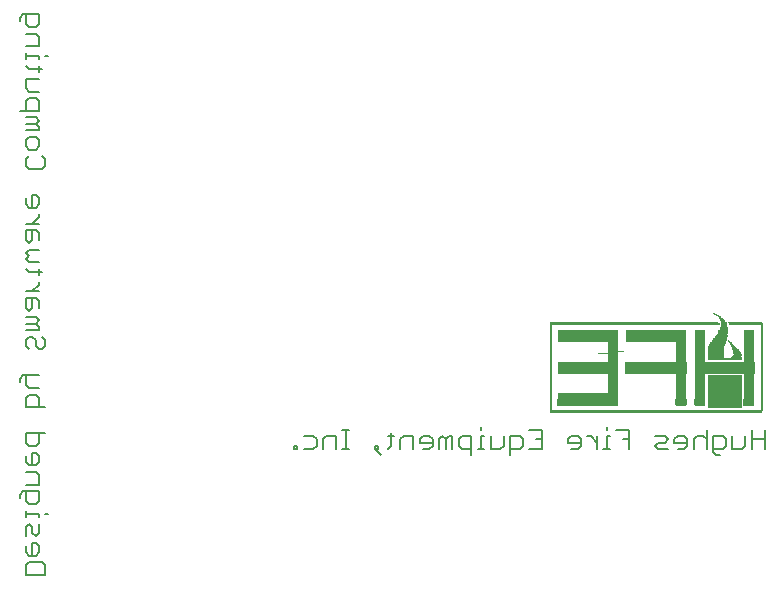
<source format=gbo>
G75*
%MOIN*%
%OFA0B0*%
%FSLAX25Y25*%
%IPPOS*%
%LPD*%
%AMOC8*
5,1,8,0,0,1.08239X$1,22.5*
%
%ADD10C,0.00600*%
%ADD11R,0.70900X0.00100*%
%ADD12R,0.00700X0.00100*%
%ADD13R,0.00800X0.00100*%
%ADD14R,0.11300X0.00100*%
%ADD15R,0.03600X0.00100*%
%ADD16R,0.20200X0.00100*%
%ADD17R,0.00100X0.00100*%
%ADD18R,0.11200X0.00100*%
%ADD19R,0.20100X0.00100*%
%ADD20R,0.20400X0.00100*%
%ADD21R,0.04400X0.00100*%
%ADD22R,0.06300X0.00100*%
%ADD23R,0.03800X0.00100*%
%ADD24R,0.05800X0.00100*%
%ADD25R,0.03500X0.00100*%
%ADD26R,0.05500X0.00100*%
%ADD27R,0.03300X0.00100*%
%ADD28R,0.05400X0.00100*%
%ADD29R,0.03200X0.00100*%
%ADD30R,0.05300X0.00100*%
%ADD31R,0.03100X0.00100*%
%ADD32R,0.03000X0.00100*%
%ADD33R,0.02800X0.00100*%
%ADD34R,0.02900X0.00100*%
%ADD35R,0.05200X0.00100*%
%ADD36R,0.02700X0.00100*%
%ADD37R,0.02600X0.00100*%
%ADD38R,0.02400X0.00100*%
%ADD39R,0.02300X0.00100*%
%ADD40R,0.02200X0.00100*%
%ADD41R,0.02100X0.00100*%
%ADD42R,0.02000X0.00100*%
%ADD43R,0.01900X0.00100*%
%ADD44R,0.01800X0.00100*%
%ADD45R,0.01700X0.00100*%
%ADD46R,0.01500X0.00100*%
%ADD47R,0.01600X0.00100*%
%ADD48R,0.01400X0.00100*%
%ADD49R,0.01300X0.00100*%
%ADD50R,0.01100X0.00100*%
%ADD51R,0.05600X0.00100*%
%ADD52R,0.01000X0.00100*%
%ADD53R,0.00900X0.00100*%
%ADD54R,0.00500X0.00100*%
%ADD55R,0.00600X0.00100*%
%ADD56R,0.00400X0.00100*%
%ADD57R,0.05000X0.00100*%
%ADD58R,0.00300X0.00100*%
%ADD59R,0.05100X0.00100*%
%ADD60R,0.00200X0.00100*%
%ADD61R,0.04900X0.00100*%
%ADD62R,0.20300X0.00100*%
%ADD63R,0.04700X0.00100*%
%ADD64R,0.04600X0.00100*%
%ADD65R,0.04500X0.00100*%
%ADD66R,0.04300X0.00100*%
%ADD67R,0.04100X0.00100*%
%ADD68R,0.04000X0.00100*%
%ADD69R,0.03900X0.00100*%
%ADD70R,0.03700X0.00100*%
%ADD71R,0.03400X0.00100*%
%ADD72R,0.02500X0.00100*%
%ADD73R,0.56400X0.00100*%
%ADD74R,0.56500X0.00100*%
%ADD75R,0.11400X0.00100*%
%ADD76R,0.11500X0.00100*%
%ADD77R,0.56300X0.00100*%
%ADD78R,0.01200X0.00100*%
%ADD79C,0.00100*%
D10*
X0149334Y0245934D02*
X0149334Y0249137D01*
X0150402Y0250205D01*
X0154672Y0250205D01*
X0155740Y0249137D01*
X0155740Y0245934D01*
X0149334Y0245934D01*
X0150402Y0252380D02*
X0152537Y0252380D01*
X0153605Y0253447D01*
X0153605Y0255583D01*
X0152537Y0256650D01*
X0151469Y0256650D01*
X0151469Y0252380D01*
X0150402Y0252380D02*
X0149334Y0253447D01*
X0149334Y0255583D01*
X0149334Y0258825D02*
X0149334Y0262028D01*
X0150402Y0263096D01*
X0151469Y0262028D01*
X0151469Y0259893D01*
X0152537Y0258825D01*
X0153605Y0259893D01*
X0153605Y0263096D01*
X0153605Y0265271D02*
X0153605Y0266338D01*
X0149334Y0266338D01*
X0149334Y0265271D02*
X0149334Y0267406D01*
X0150402Y0269568D02*
X0149334Y0270635D01*
X0149334Y0273838D01*
X0148267Y0273838D02*
X0153605Y0273838D01*
X0153605Y0270635D01*
X0152537Y0269568D01*
X0150402Y0269568D01*
X0147199Y0271703D02*
X0147199Y0272771D01*
X0148267Y0273838D01*
X0149334Y0276013D02*
X0153605Y0276013D01*
X0153605Y0279216D01*
X0152537Y0280284D01*
X0149334Y0280284D01*
X0150402Y0282459D02*
X0152537Y0282459D01*
X0153605Y0283526D01*
X0153605Y0285662D01*
X0152537Y0286729D01*
X0151469Y0286729D01*
X0151469Y0282459D01*
X0150402Y0282459D02*
X0149334Y0283526D01*
X0149334Y0285662D01*
X0150402Y0288904D02*
X0152537Y0288904D01*
X0153605Y0289972D01*
X0153605Y0293175D01*
X0155740Y0293175D02*
X0149334Y0293175D01*
X0149334Y0289972D01*
X0150402Y0288904D01*
X0149334Y0301795D02*
X0149334Y0304998D01*
X0150402Y0306066D01*
X0152537Y0306066D01*
X0153605Y0304998D01*
X0153605Y0301795D01*
X0155740Y0301795D02*
X0149334Y0301795D01*
X0150402Y0308241D02*
X0149334Y0309308D01*
X0149334Y0312511D01*
X0148267Y0312511D02*
X0147199Y0311444D01*
X0147199Y0310376D01*
X0148267Y0312511D02*
X0153605Y0312511D01*
X0153605Y0308241D02*
X0150402Y0308241D01*
X0150402Y0321132D02*
X0149334Y0322199D01*
X0149334Y0324335D01*
X0150402Y0325402D01*
X0151469Y0325402D01*
X0152537Y0324335D01*
X0152537Y0322199D01*
X0153605Y0321132D01*
X0154672Y0321132D01*
X0155740Y0322199D01*
X0155740Y0324335D01*
X0154672Y0325402D01*
X0153605Y0327577D02*
X0149334Y0327577D01*
X0149334Y0329712D02*
X0152537Y0329712D01*
X0153605Y0330780D01*
X0152537Y0331848D01*
X0149334Y0331848D01*
X0150402Y0334023D02*
X0151469Y0335090D01*
X0151469Y0338293D01*
X0152537Y0338293D02*
X0149334Y0338293D01*
X0149334Y0335090D01*
X0150402Y0334023D01*
X0153605Y0335090D02*
X0153605Y0337226D01*
X0152537Y0338293D01*
X0151469Y0340468D02*
X0153605Y0342603D01*
X0153605Y0343671D01*
X0153605Y0345840D02*
X0153605Y0347975D01*
X0154672Y0346907D02*
X0150402Y0346907D01*
X0149334Y0347975D01*
X0150402Y0350137D02*
X0149334Y0351204D01*
X0150402Y0352272D01*
X0149334Y0353339D01*
X0150402Y0354407D01*
X0153605Y0354407D01*
X0153605Y0357650D02*
X0153605Y0359785D01*
X0152537Y0360852D01*
X0149334Y0360852D01*
X0149334Y0357650D01*
X0150402Y0356582D01*
X0151469Y0357650D01*
X0151469Y0360852D01*
X0151469Y0363028D02*
X0153605Y0365163D01*
X0153605Y0366230D01*
X0152537Y0368399D02*
X0153605Y0369466D01*
X0153605Y0371601D01*
X0152537Y0372669D01*
X0151469Y0372669D01*
X0151469Y0368399D01*
X0150402Y0368399D02*
X0152537Y0368399D01*
X0150402Y0368399D02*
X0149334Y0369466D01*
X0149334Y0371601D01*
X0149334Y0363028D02*
X0153605Y0363028D01*
X0153605Y0350137D02*
X0150402Y0350137D01*
X0149334Y0340468D02*
X0153605Y0340468D01*
X0152537Y0329712D02*
X0153605Y0328645D01*
X0153605Y0327577D01*
X0154672Y0381290D02*
X0150402Y0381290D01*
X0149334Y0382357D01*
X0149334Y0384492D01*
X0150402Y0385560D01*
X0150402Y0387735D02*
X0149334Y0388803D01*
X0149334Y0390938D01*
X0150402Y0392006D01*
X0152537Y0392006D01*
X0153605Y0390938D01*
X0153605Y0388803D01*
X0152537Y0387735D01*
X0150402Y0387735D01*
X0154672Y0385560D02*
X0155740Y0384492D01*
X0155740Y0382357D01*
X0154672Y0381290D01*
X0153605Y0394181D02*
X0149334Y0394181D01*
X0149334Y0396316D02*
X0152537Y0396316D01*
X0153605Y0397383D01*
X0152537Y0398451D01*
X0149334Y0398451D01*
X0149334Y0400626D02*
X0149334Y0403829D01*
X0150402Y0404897D01*
X0152537Y0404897D01*
X0153605Y0403829D01*
X0153605Y0400626D01*
X0147199Y0400626D01*
X0150402Y0407072D02*
X0149334Y0408139D01*
X0149334Y0411342D01*
X0153605Y0411342D01*
X0153605Y0413517D02*
X0153605Y0415652D01*
X0154672Y0414585D02*
X0150402Y0414585D01*
X0149334Y0415652D01*
X0149334Y0417814D02*
X0149334Y0419949D01*
X0149334Y0418882D02*
X0153605Y0418882D01*
X0153605Y0417814D01*
X0155740Y0418882D02*
X0156807Y0418882D01*
X0153605Y0422111D02*
X0153605Y0425314D01*
X0152537Y0426382D01*
X0149334Y0426382D01*
X0150402Y0428557D02*
X0149334Y0429624D01*
X0149334Y0432827D01*
X0148267Y0432827D02*
X0153605Y0432827D01*
X0153605Y0429624D01*
X0152537Y0428557D01*
X0150402Y0428557D01*
X0147199Y0430692D02*
X0147199Y0431759D01*
X0148267Y0432827D01*
X0149334Y0422111D02*
X0153605Y0422111D01*
X0153605Y0407072D02*
X0150402Y0407072D01*
X0152537Y0396316D02*
X0153605Y0395248D01*
X0153605Y0394181D01*
X0254821Y0294340D02*
X0256956Y0294340D01*
X0255889Y0294340D02*
X0255889Y0287934D01*
X0256956Y0287934D02*
X0254821Y0287934D01*
X0252659Y0287934D02*
X0252659Y0292205D01*
X0249456Y0292205D01*
X0248389Y0291137D01*
X0248389Y0287934D01*
X0246214Y0289002D02*
X0246214Y0291137D01*
X0245146Y0292205D01*
X0241943Y0292205D01*
X0239768Y0289002D02*
X0238701Y0289002D01*
X0238701Y0287934D01*
X0239768Y0287934D01*
X0239768Y0289002D01*
X0241943Y0287934D02*
X0245146Y0287934D01*
X0246214Y0289002D01*
X0265563Y0289002D02*
X0266631Y0289002D01*
X0266631Y0287934D01*
X0265563Y0287934D01*
X0265563Y0289002D01*
X0265563Y0287934D02*
X0267699Y0285799D01*
X0269860Y0287934D02*
X0270928Y0289002D01*
X0270928Y0293272D01*
X0271996Y0292205D02*
X0269860Y0292205D01*
X0274171Y0291137D02*
X0274171Y0287934D01*
X0274171Y0291137D02*
X0275238Y0292205D01*
X0278441Y0292205D01*
X0278441Y0287934D01*
X0280616Y0290069D02*
X0284887Y0290069D01*
X0284887Y0289002D02*
X0284887Y0291137D01*
X0283819Y0292205D01*
X0281684Y0292205D01*
X0280616Y0291137D01*
X0280616Y0290069D01*
X0281684Y0287934D02*
X0283819Y0287934D01*
X0284887Y0289002D01*
X0287062Y0287934D02*
X0287062Y0291137D01*
X0288129Y0292205D01*
X0289197Y0291137D01*
X0289197Y0287934D01*
X0291332Y0287934D02*
X0291332Y0292205D01*
X0290265Y0292205D01*
X0289197Y0291137D01*
X0293507Y0291137D02*
X0293507Y0289002D01*
X0294575Y0287934D01*
X0297778Y0287934D01*
X0297778Y0285799D02*
X0297778Y0292205D01*
X0294575Y0292205D01*
X0293507Y0291137D01*
X0299939Y0287934D02*
X0302075Y0287934D01*
X0301007Y0287934D02*
X0301007Y0292205D01*
X0302075Y0292205D01*
X0304250Y0292205D02*
X0304250Y0287934D01*
X0307453Y0287934D01*
X0308520Y0289002D01*
X0308520Y0292205D01*
X0310695Y0292205D02*
X0310695Y0285799D01*
X0310695Y0287934D02*
X0313898Y0287934D01*
X0314966Y0289002D01*
X0314966Y0291137D01*
X0313898Y0292205D01*
X0310695Y0292205D01*
X0317141Y0294340D02*
X0321411Y0294340D01*
X0321411Y0287934D01*
X0317141Y0287934D01*
X0319276Y0291137D02*
X0321411Y0291137D01*
X0330032Y0291137D02*
X0330032Y0290069D01*
X0334302Y0290069D01*
X0334302Y0289002D02*
X0334302Y0291137D01*
X0333235Y0292205D01*
X0331099Y0292205D01*
X0330032Y0291137D01*
X0331099Y0287934D02*
X0333235Y0287934D01*
X0334302Y0289002D01*
X0336471Y0292205D02*
X0337538Y0292205D01*
X0339673Y0290069D01*
X0339673Y0287934D02*
X0339673Y0292205D01*
X0342903Y0292205D02*
X0342903Y0287934D01*
X0343970Y0287934D02*
X0341835Y0287934D01*
X0342903Y0292205D02*
X0343970Y0292205D01*
X0342903Y0294340D02*
X0342903Y0295407D01*
X0346146Y0294340D02*
X0350416Y0294340D01*
X0350416Y0287934D01*
X0350416Y0291137D02*
X0348281Y0291137D01*
X0359037Y0292205D02*
X0362239Y0292205D01*
X0363307Y0291137D01*
X0362239Y0290069D01*
X0360104Y0290069D01*
X0359037Y0289002D01*
X0360104Y0287934D01*
X0363307Y0287934D01*
X0365482Y0290069D02*
X0369752Y0290069D01*
X0369752Y0289002D02*
X0369752Y0291137D01*
X0368685Y0292205D01*
X0366550Y0292205D01*
X0365482Y0291137D01*
X0365482Y0290069D01*
X0366550Y0287934D02*
X0368685Y0287934D01*
X0369752Y0289002D01*
X0371928Y0287934D02*
X0371928Y0291137D01*
X0372995Y0292205D01*
X0375130Y0292205D01*
X0376198Y0291137D01*
X0378373Y0292205D02*
X0381576Y0292205D01*
X0382643Y0291137D01*
X0382643Y0289002D01*
X0381576Y0287934D01*
X0378373Y0287934D01*
X0378373Y0286867D02*
X0378373Y0292205D01*
X0376198Y0294340D02*
X0376198Y0287934D01*
X0378373Y0286867D02*
X0379441Y0285799D01*
X0380508Y0285799D01*
X0384819Y0287934D02*
X0384819Y0292205D01*
X0389089Y0292205D02*
X0389089Y0289002D01*
X0388021Y0287934D01*
X0384819Y0287934D01*
X0391264Y0287934D02*
X0391264Y0294340D01*
X0391264Y0291137D02*
X0395534Y0291137D01*
X0395534Y0287934D02*
X0395534Y0294340D01*
X0301007Y0294340D02*
X0301007Y0295407D01*
X0156807Y0266338D02*
X0155740Y0266338D01*
D11*
X0359434Y0299834D03*
X0359434Y0299934D03*
X0359434Y0300034D03*
X0359434Y0300134D03*
X0359434Y0300234D03*
X0359434Y0300334D03*
X0359434Y0300434D03*
X0359434Y0300534D03*
D12*
X0384634Y0322534D03*
X0384734Y0322434D03*
X0384934Y0322234D03*
X0394534Y0322234D03*
X0394534Y0322134D03*
X0394534Y0322034D03*
X0394534Y0321934D03*
X0394534Y0321834D03*
X0394534Y0321734D03*
X0394534Y0321634D03*
X0394534Y0321534D03*
X0394534Y0321434D03*
X0394534Y0321334D03*
X0394534Y0321234D03*
X0394534Y0321134D03*
X0394534Y0321034D03*
X0394534Y0320934D03*
X0394534Y0320834D03*
X0394534Y0320734D03*
X0394534Y0320634D03*
X0394534Y0320534D03*
X0394534Y0320434D03*
X0394534Y0320334D03*
X0394534Y0320234D03*
X0394534Y0320134D03*
X0394534Y0320034D03*
X0394534Y0319934D03*
X0394534Y0319834D03*
X0394534Y0319734D03*
X0394534Y0319634D03*
X0394534Y0319534D03*
X0394534Y0319434D03*
X0394534Y0319334D03*
X0394534Y0319234D03*
X0394534Y0319134D03*
X0394534Y0319034D03*
X0394534Y0318934D03*
X0394534Y0318834D03*
X0394534Y0318734D03*
X0394534Y0318634D03*
X0394534Y0318534D03*
X0394534Y0318434D03*
X0394534Y0318334D03*
X0394534Y0318234D03*
X0394534Y0318134D03*
X0394534Y0318034D03*
X0394534Y0317934D03*
X0394534Y0317834D03*
X0394534Y0317734D03*
X0394534Y0317634D03*
X0394534Y0317534D03*
X0394534Y0317434D03*
X0394534Y0317334D03*
X0394534Y0317234D03*
X0394534Y0317134D03*
X0394534Y0317034D03*
X0394534Y0316934D03*
X0394534Y0316834D03*
X0394534Y0316734D03*
X0394534Y0316634D03*
X0394534Y0316534D03*
X0394534Y0316434D03*
X0394534Y0316334D03*
X0394534Y0316234D03*
X0394534Y0316134D03*
X0394534Y0316034D03*
X0394534Y0315934D03*
X0394534Y0315834D03*
X0394534Y0315734D03*
X0394534Y0315634D03*
X0394534Y0315534D03*
X0394534Y0315434D03*
X0394534Y0315334D03*
X0394534Y0315234D03*
X0394534Y0315134D03*
X0394534Y0315034D03*
X0394534Y0314934D03*
X0394534Y0314834D03*
X0394534Y0314734D03*
X0394534Y0314634D03*
X0394534Y0314534D03*
X0394534Y0314434D03*
X0394534Y0314334D03*
X0394534Y0314234D03*
X0394534Y0314134D03*
X0394534Y0314034D03*
X0394534Y0313934D03*
X0394534Y0313834D03*
X0394534Y0313734D03*
X0394534Y0313634D03*
X0394534Y0313534D03*
X0394534Y0313434D03*
X0394534Y0313334D03*
X0394534Y0313234D03*
X0394534Y0313134D03*
X0394534Y0313034D03*
X0394534Y0312934D03*
X0394534Y0312834D03*
X0394534Y0312734D03*
X0394534Y0312634D03*
X0394534Y0312534D03*
X0394534Y0312434D03*
X0394534Y0312334D03*
X0394534Y0312234D03*
X0394534Y0312134D03*
X0394534Y0312034D03*
X0394534Y0311934D03*
X0394534Y0311834D03*
X0394534Y0311734D03*
X0394534Y0311634D03*
X0394534Y0311534D03*
X0394534Y0311434D03*
X0394534Y0311334D03*
X0394534Y0311234D03*
X0394534Y0311134D03*
X0394534Y0311034D03*
X0394534Y0310934D03*
X0394534Y0310834D03*
X0394534Y0310734D03*
X0394534Y0310634D03*
X0394534Y0310534D03*
X0394534Y0310434D03*
X0394534Y0310334D03*
X0394534Y0310234D03*
X0394534Y0310134D03*
X0394534Y0310034D03*
X0394534Y0309934D03*
X0394534Y0309834D03*
X0394534Y0309734D03*
X0394534Y0309634D03*
X0394534Y0309534D03*
X0394534Y0309434D03*
X0394534Y0309334D03*
X0394534Y0309234D03*
X0394534Y0309134D03*
X0394534Y0309034D03*
X0394534Y0308934D03*
X0394534Y0308834D03*
X0394534Y0308734D03*
X0394534Y0308634D03*
X0394534Y0308534D03*
X0394534Y0308434D03*
X0394534Y0308334D03*
X0394534Y0308234D03*
X0394534Y0308134D03*
X0394534Y0308034D03*
X0394534Y0307934D03*
X0394534Y0307834D03*
X0394534Y0307734D03*
X0394534Y0307634D03*
X0394534Y0307534D03*
X0394534Y0307434D03*
X0394534Y0307334D03*
X0394534Y0307234D03*
X0394534Y0307134D03*
X0394534Y0307034D03*
X0394534Y0306934D03*
X0394534Y0306834D03*
X0394534Y0306734D03*
X0394534Y0306634D03*
X0394534Y0306534D03*
X0394534Y0306434D03*
X0394534Y0306334D03*
X0394534Y0306234D03*
X0394534Y0306134D03*
X0394534Y0306034D03*
X0394534Y0305934D03*
X0394534Y0305834D03*
X0394534Y0305734D03*
X0394534Y0305634D03*
X0394534Y0305534D03*
X0394534Y0305434D03*
X0394534Y0305334D03*
X0394534Y0305234D03*
X0394534Y0305134D03*
X0394534Y0305034D03*
X0394534Y0304934D03*
X0394534Y0304834D03*
X0394534Y0304734D03*
X0394534Y0304634D03*
X0394534Y0304534D03*
X0394534Y0304434D03*
X0394534Y0304334D03*
X0394534Y0304234D03*
X0394534Y0304134D03*
X0394534Y0304034D03*
X0394534Y0303934D03*
X0394534Y0303834D03*
X0394534Y0303734D03*
X0394534Y0303634D03*
X0394534Y0303534D03*
X0394534Y0303434D03*
X0394534Y0303334D03*
X0394534Y0303234D03*
X0394534Y0303134D03*
X0394534Y0303034D03*
X0394534Y0302934D03*
X0394534Y0302834D03*
X0394534Y0302734D03*
X0394534Y0302634D03*
X0394534Y0302534D03*
X0394534Y0302434D03*
X0394534Y0302334D03*
X0394534Y0302234D03*
X0394534Y0302134D03*
X0394534Y0302034D03*
X0394534Y0301934D03*
X0394534Y0301834D03*
X0394534Y0301734D03*
X0394534Y0301634D03*
X0394534Y0301534D03*
X0394534Y0301434D03*
X0394534Y0301334D03*
X0394534Y0301234D03*
X0394534Y0301134D03*
X0394534Y0301034D03*
X0394534Y0300934D03*
X0394534Y0300834D03*
X0394534Y0300734D03*
X0394534Y0300634D03*
X0394534Y0322334D03*
X0394534Y0322434D03*
X0394534Y0322534D03*
X0394534Y0322634D03*
X0394534Y0322734D03*
X0394534Y0322834D03*
X0394534Y0322934D03*
X0394534Y0323034D03*
X0394534Y0323134D03*
X0394534Y0323234D03*
X0394534Y0323334D03*
X0394534Y0323434D03*
X0394534Y0323534D03*
X0394534Y0323634D03*
X0394534Y0323734D03*
X0394534Y0323834D03*
X0394534Y0323934D03*
X0394534Y0324034D03*
X0394534Y0324134D03*
X0394534Y0324234D03*
X0394534Y0324334D03*
X0394534Y0324434D03*
X0394534Y0324534D03*
X0394534Y0324634D03*
X0394534Y0324734D03*
X0394534Y0324834D03*
X0394534Y0324934D03*
X0394534Y0325034D03*
X0394534Y0325134D03*
X0394534Y0325234D03*
X0394534Y0325334D03*
X0394534Y0325434D03*
X0394534Y0325534D03*
X0394534Y0325634D03*
X0394534Y0325734D03*
X0394534Y0325834D03*
X0394534Y0325934D03*
X0394534Y0326034D03*
X0394534Y0326134D03*
X0394534Y0326234D03*
X0394534Y0326334D03*
X0394534Y0326434D03*
X0394534Y0326534D03*
X0394534Y0326634D03*
X0394534Y0326734D03*
X0394534Y0326834D03*
X0394534Y0326934D03*
X0394534Y0327034D03*
X0394534Y0327134D03*
X0394534Y0327234D03*
X0394534Y0327334D03*
X0394534Y0327434D03*
X0394534Y0327534D03*
X0394534Y0327634D03*
X0394534Y0327734D03*
X0394534Y0327834D03*
X0394534Y0327934D03*
X0394534Y0328034D03*
X0394534Y0328134D03*
X0394534Y0328234D03*
X0394534Y0328334D03*
X0394534Y0328434D03*
X0394534Y0328534D03*
X0394534Y0328634D03*
X0394534Y0328734D03*
X0394534Y0328834D03*
X0394534Y0328934D03*
X0394534Y0329034D03*
X0380534Y0331834D03*
X0380434Y0331934D03*
X0380134Y0332134D03*
D13*
X0380284Y0332034D03*
X0380684Y0331734D03*
X0380784Y0331634D03*
X0384784Y0322334D03*
X0385084Y0322034D03*
X0324384Y0322034D03*
X0324384Y0321934D03*
X0324384Y0321834D03*
X0324384Y0321734D03*
X0324384Y0321634D03*
X0324384Y0321534D03*
X0324384Y0321434D03*
X0324384Y0321334D03*
X0324384Y0321234D03*
X0324384Y0321134D03*
X0324384Y0321034D03*
X0324384Y0320934D03*
X0324384Y0320834D03*
X0324384Y0320734D03*
X0324384Y0320634D03*
X0324384Y0320534D03*
X0324384Y0320434D03*
X0324384Y0320334D03*
X0324384Y0320234D03*
X0324384Y0320134D03*
X0324384Y0320034D03*
X0324384Y0319934D03*
X0324384Y0319834D03*
X0324384Y0319734D03*
X0324384Y0319634D03*
X0324384Y0319534D03*
X0324384Y0319434D03*
X0324384Y0319334D03*
X0324384Y0319234D03*
X0324384Y0319134D03*
X0324384Y0319034D03*
X0324384Y0318934D03*
X0324384Y0318834D03*
X0324384Y0318734D03*
X0324384Y0318634D03*
X0324384Y0318534D03*
X0324384Y0318434D03*
X0324384Y0318334D03*
X0324384Y0318234D03*
X0324384Y0318134D03*
X0324384Y0318034D03*
X0324384Y0317934D03*
X0324384Y0317834D03*
X0324384Y0317734D03*
X0324384Y0317634D03*
X0324384Y0317534D03*
X0324384Y0317434D03*
X0324384Y0317334D03*
X0324384Y0317234D03*
X0324384Y0317134D03*
X0324384Y0317034D03*
X0324384Y0316934D03*
X0324384Y0316834D03*
X0324384Y0316734D03*
X0324384Y0316634D03*
X0324384Y0316534D03*
X0324384Y0316434D03*
X0324384Y0316334D03*
X0324384Y0316234D03*
X0324384Y0316134D03*
X0324384Y0316034D03*
X0324384Y0315934D03*
X0324384Y0315834D03*
X0324384Y0315734D03*
X0324384Y0315634D03*
X0324384Y0315534D03*
X0324384Y0315434D03*
X0324384Y0315334D03*
X0324384Y0315234D03*
X0324384Y0315134D03*
X0324384Y0315034D03*
X0324384Y0314934D03*
X0324384Y0314834D03*
X0324384Y0314734D03*
X0324384Y0314634D03*
X0324384Y0314534D03*
X0324384Y0314434D03*
X0324384Y0314334D03*
X0324384Y0314234D03*
X0324384Y0314134D03*
X0324384Y0314034D03*
X0324384Y0313934D03*
X0324384Y0313834D03*
X0324384Y0313734D03*
X0324384Y0313634D03*
X0324384Y0313534D03*
X0324384Y0313434D03*
X0324384Y0313334D03*
X0324384Y0313234D03*
X0324384Y0313134D03*
X0324384Y0313034D03*
X0324384Y0312934D03*
X0324384Y0312834D03*
X0324384Y0312734D03*
X0324384Y0312634D03*
X0324384Y0312534D03*
X0324384Y0312434D03*
X0324384Y0312334D03*
X0324384Y0312234D03*
X0324384Y0312134D03*
X0324384Y0312034D03*
X0324384Y0311934D03*
X0324384Y0311834D03*
X0324384Y0311734D03*
X0324384Y0311634D03*
X0324384Y0311534D03*
X0324384Y0311434D03*
X0324384Y0311334D03*
X0324384Y0311234D03*
X0324384Y0311134D03*
X0324384Y0311034D03*
X0324384Y0310934D03*
X0324384Y0310834D03*
X0324384Y0310734D03*
X0324384Y0310634D03*
X0324384Y0310534D03*
X0324384Y0310434D03*
X0324384Y0310334D03*
X0324384Y0310234D03*
X0324384Y0310134D03*
X0324384Y0310034D03*
X0324384Y0309934D03*
X0324384Y0309834D03*
X0324384Y0309734D03*
X0324384Y0309634D03*
X0324384Y0309534D03*
X0324384Y0309434D03*
X0324384Y0309334D03*
X0324384Y0309234D03*
X0324384Y0309134D03*
X0324384Y0309034D03*
X0324384Y0308934D03*
X0324384Y0308834D03*
X0324384Y0308734D03*
X0324384Y0308634D03*
X0324384Y0308534D03*
X0324384Y0308434D03*
X0324384Y0308334D03*
X0324384Y0308234D03*
X0324384Y0308134D03*
X0324384Y0308034D03*
X0324384Y0307934D03*
X0324384Y0307834D03*
X0324384Y0307734D03*
X0324384Y0307634D03*
X0324384Y0307534D03*
X0324384Y0307434D03*
X0324384Y0307334D03*
X0324384Y0307234D03*
X0324384Y0307134D03*
X0324384Y0307034D03*
X0324384Y0306934D03*
X0324384Y0306834D03*
X0324384Y0306734D03*
X0324384Y0306634D03*
X0324384Y0306534D03*
X0324384Y0306434D03*
X0324384Y0306334D03*
X0324384Y0306234D03*
X0324384Y0306134D03*
X0324384Y0306034D03*
X0324384Y0305934D03*
X0324384Y0305834D03*
X0324384Y0305734D03*
X0324384Y0305634D03*
X0324384Y0305534D03*
X0324384Y0305434D03*
X0324384Y0305334D03*
X0324384Y0305234D03*
X0324384Y0305134D03*
X0324384Y0305034D03*
X0324384Y0304934D03*
X0324384Y0304834D03*
X0324384Y0304734D03*
X0324384Y0304634D03*
X0324384Y0304534D03*
X0324384Y0304434D03*
X0324384Y0304334D03*
X0324384Y0304234D03*
X0324384Y0304134D03*
X0324384Y0304034D03*
X0324384Y0303934D03*
X0324384Y0303834D03*
X0324384Y0303734D03*
X0324384Y0303634D03*
X0324384Y0303534D03*
X0324384Y0303434D03*
X0324384Y0303334D03*
X0324384Y0303234D03*
X0324384Y0303134D03*
X0324384Y0303034D03*
X0324384Y0302934D03*
X0324384Y0302834D03*
X0324384Y0302734D03*
X0324384Y0302634D03*
X0324384Y0302534D03*
X0324384Y0302434D03*
X0324384Y0302334D03*
X0324384Y0302234D03*
X0324384Y0302134D03*
X0324384Y0302034D03*
X0324384Y0301934D03*
X0324384Y0301834D03*
X0324384Y0301734D03*
X0324384Y0301634D03*
X0324384Y0301534D03*
X0324384Y0301434D03*
X0324384Y0301334D03*
X0324384Y0301234D03*
X0324384Y0301134D03*
X0324384Y0301034D03*
X0324384Y0300934D03*
X0324384Y0300834D03*
X0324384Y0300734D03*
X0324384Y0300634D03*
X0324384Y0322134D03*
X0324384Y0322234D03*
X0324384Y0322334D03*
X0324384Y0322434D03*
X0324384Y0322534D03*
X0324384Y0322634D03*
X0324384Y0322734D03*
X0324384Y0322834D03*
X0324384Y0322934D03*
X0324384Y0323034D03*
X0324384Y0323134D03*
X0324384Y0323234D03*
X0324384Y0323334D03*
X0324384Y0323434D03*
X0324384Y0323534D03*
X0324384Y0323634D03*
X0324384Y0323734D03*
X0324384Y0323834D03*
X0324384Y0323934D03*
X0324384Y0324034D03*
X0324384Y0324134D03*
X0324384Y0324234D03*
X0324384Y0324334D03*
X0324384Y0324434D03*
X0324384Y0324534D03*
X0324384Y0324634D03*
X0324384Y0324734D03*
X0324384Y0324834D03*
X0324384Y0324934D03*
X0324384Y0325034D03*
X0324384Y0325134D03*
X0324384Y0325234D03*
X0324384Y0325334D03*
X0324384Y0325434D03*
X0324384Y0325534D03*
X0324384Y0325634D03*
X0324384Y0325734D03*
X0324384Y0325834D03*
X0324384Y0325934D03*
X0324384Y0326034D03*
X0324384Y0326134D03*
X0324384Y0326234D03*
X0324384Y0326334D03*
X0324384Y0326434D03*
X0324384Y0326534D03*
X0324384Y0326634D03*
X0324384Y0326734D03*
X0324384Y0326834D03*
X0324384Y0326934D03*
X0324384Y0327034D03*
X0324384Y0327134D03*
X0324384Y0327234D03*
X0324384Y0327334D03*
X0324384Y0327434D03*
X0324384Y0327534D03*
X0324384Y0327634D03*
X0324384Y0327734D03*
X0324384Y0327834D03*
X0324384Y0327934D03*
X0324384Y0328034D03*
X0324384Y0328134D03*
X0324384Y0328234D03*
X0324384Y0328334D03*
X0324384Y0328434D03*
X0324384Y0328534D03*
X0324384Y0328634D03*
X0324384Y0328734D03*
X0324384Y0328834D03*
X0324384Y0328934D03*
X0324384Y0329034D03*
D14*
X0382234Y0317634D03*
X0389234Y0329134D03*
X0389234Y0329234D03*
X0389234Y0329334D03*
X0389234Y0329434D03*
X0382234Y0304734D03*
X0382234Y0304634D03*
X0382234Y0304534D03*
X0382234Y0304434D03*
X0382234Y0304334D03*
X0382234Y0304234D03*
X0382234Y0304134D03*
X0382234Y0304034D03*
X0382234Y0303934D03*
X0382234Y0303834D03*
X0382234Y0303734D03*
X0382234Y0303634D03*
X0382234Y0303534D03*
X0382234Y0303434D03*
X0382234Y0303334D03*
X0382234Y0303234D03*
X0382234Y0303134D03*
X0382234Y0303034D03*
X0382234Y0302934D03*
X0382234Y0302834D03*
X0382234Y0302734D03*
X0382234Y0302634D03*
X0382234Y0302534D03*
X0382234Y0302434D03*
X0382234Y0302334D03*
X0382234Y0302234D03*
X0382234Y0302134D03*
X0382234Y0302034D03*
X0382234Y0301934D03*
X0382234Y0301834D03*
X0382234Y0301734D03*
D15*
X0373984Y0302434D03*
X0373984Y0302434D03*
X0373984Y0302534D03*
X0373984Y0302634D03*
X0373984Y0302734D03*
X0373984Y0302834D03*
X0373984Y0302934D03*
X0373984Y0303034D03*
X0373984Y0303134D03*
X0373984Y0303234D03*
X0373984Y0303334D03*
X0373984Y0303434D03*
X0373984Y0303534D03*
X0373984Y0303634D03*
X0373984Y0303734D03*
X0373984Y0303834D03*
X0373984Y0303934D03*
X0373984Y0304034D03*
X0373984Y0304134D03*
X0373984Y0304234D03*
X0373984Y0304334D03*
X0373984Y0304434D03*
X0373984Y0304434D03*
X0373984Y0304534D03*
X0373984Y0304534D03*
X0373984Y0304634D03*
X0373984Y0304634D03*
X0373984Y0304734D03*
X0373984Y0304734D03*
X0373984Y0304834D03*
X0373984Y0304934D03*
X0373984Y0305034D03*
X0373984Y0305134D03*
X0373984Y0305234D03*
X0373984Y0305334D03*
X0373984Y0305434D03*
X0373984Y0305534D03*
X0373984Y0305634D03*
X0373984Y0305734D03*
X0373984Y0305834D03*
X0373984Y0305934D03*
X0373984Y0306034D03*
X0373984Y0306134D03*
X0373984Y0306234D03*
X0373984Y0306334D03*
X0373984Y0306434D03*
X0373984Y0306534D03*
X0373984Y0306634D03*
X0373984Y0306734D03*
X0373984Y0306834D03*
X0373984Y0306934D03*
X0373984Y0307034D03*
X0373984Y0307134D03*
X0373984Y0307234D03*
X0373984Y0307334D03*
X0373984Y0307434D03*
X0373984Y0307534D03*
X0373984Y0307634D03*
X0373984Y0307734D03*
X0373984Y0307834D03*
X0373984Y0307934D03*
X0373984Y0308034D03*
X0373984Y0308134D03*
X0373984Y0308234D03*
X0373984Y0308334D03*
X0373984Y0308434D03*
X0373984Y0308534D03*
X0373984Y0308634D03*
X0373984Y0308734D03*
X0373984Y0308834D03*
X0373984Y0308934D03*
X0373984Y0309034D03*
X0373984Y0309134D03*
X0373984Y0309234D03*
X0373984Y0309334D03*
X0373984Y0309434D03*
X0373984Y0309534D03*
X0373984Y0309634D03*
X0373984Y0309734D03*
X0373984Y0309834D03*
X0373984Y0309934D03*
X0373984Y0310034D03*
X0373984Y0310134D03*
X0373984Y0310234D03*
X0373984Y0310334D03*
X0373984Y0310434D03*
X0373984Y0310534D03*
X0373984Y0310634D03*
X0373984Y0310734D03*
X0373984Y0310834D03*
X0373984Y0310934D03*
X0373984Y0311034D03*
X0373984Y0311134D03*
X0373984Y0311234D03*
X0373984Y0311334D03*
X0373984Y0311434D03*
X0373984Y0311534D03*
X0373984Y0311634D03*
X0373984Y0311734D03*
X0373984Y0311834D03*
X0373984Y0311934D03*
X0373984Y0312034D03*
X0373984Y0312134D03*
X0373984Y0312234D03*
X0373984Y0312334D03*
X0373984Y0312434D03*
X0373984Y0312534D03*
X0373984Y0312634D03*
X0373984Y0312734D03*
X0373984Y0312834D03*
X0373984Y0312934D03*
X0373984Y0316734D03*
X0373984Y0316834D03*
X0373984Y0316934D03*
X0373984Y0317034D03*
X0373984Y0317134D03*
X0373984Y0317234D03*
X0373984Y0317334D03*
X0373984Y0317434D03*
X0373984Y0317534D03*
X0373984Y0317634D03*
X0373984Y0317734D03*
X0373984Y0317834D03*
X0373984Y0317934D03*
X0373984Y0318034D03*
X0373984Y0318134D03*
X0373984Y0318234D03*
X0373984Y0318334D03*
X0373984Y0318434D03*
X0373984Y0318534D03*
X0373984Y0318634D03*
X0373984Y0318734D03*
X0373984Y0318834D03*
X0373984Y0318934D03*
X0373984Y0319034D03*
X0373984Y0319134D03*
X0373984Y0319234D03*
X0373984Y0319334D03*
X0373984Y0319434D03*
X0373984Y0319534D03*
X0373984Y0319634D03*
X0373984Y0319734D03*
X0373984Y0319834D03*
X0373984Y0319934D03*
X0373984Y0320034D03*
X0373984Y0320134D03*
X0373984Y0320234D03*
X0373984Y0320334D03*
X0373984Y0320434D03*
X0373984Y0320534D03*
X0373984Y0320634D03*
X0373984Y0320734D03*
X0373984Y0320834D03*
X0373984Y0320934D03*
X0373984Y0321034D03*
X0373984Y0321134D03*
X0373984Y0321234D03*
X0373984Y0321334D03*
X0373984Y0321434D03*
X0373984Y0321534D03*
X0373984Y0321634D03*
X0373984Y0321734D03*
X0373984Y0321834D03*
X0373984Y0321934D03*
X0373984Y0322034D03*
X0373984Y0322134D03*
X0373984Y0322234D03*
X0373984Y0322334D03*
X0373984Y0322434D03*
X0373984Y0322534D03*
X0373984Y0322634D03*
X0373984Y0322734D03*
X0373984Y0322834D03*
X0373984Y0322934D03*
X0373984Y0323034D03*
X0373984Y0323134D03*
X0373984Y0323234D03*
X0373984Y0323334D03*
X0373984Y0323434D03*
X0373984Y0323534D03*
X0373984Y0323634D03*
X0373984Y0323734D03*
X0373984Y0323834D03*
X0373984Y0323934D03*
X0373984Y0324034D03*
X0373984Y0324134D03*
X0373984Y0324234D03*
X0373984Y0324334D03*
X0373984Y0324434D03*
X0373984Y0324534D03*
X0373984Y0324634D03*
X0373984Y0324734D03*
X0373984Y0324834D03*
X0373984Y0324934D03*
X0373984Y0325034D03*
X0373984Y0325134D03*
X0373984Y0325234D03*
X0373984Y0325334D03*
X0373984Y0325434D03*
X0373984Y0325534D03*
X0373984Y0325634D03*
X0373984Y0325734D03*
X0373984Y0325834D03*
X0373984Y0325934D03*
X0373984Y0326034D03*
X0373984Y0326134D03*
X0373984Y0326234D03*
X0373984Y0326334D03*
X0373984Y0326434D03*
X0373984Y0326534D03*
X0373984Y0326634D03*
X0373984Y0326734D03*
X0373984Y0326834D03*
X0373984Y0326934D03*
X0373984Y0327034D03*
X0373984Y0327134D03*
X0373984Y0327234D03*
X0367784Y0323534D03*
X0367784Y0323434D03*
X0367784Y0323334D03*
X0367784Y0323234D03*
X0367784Y0323134D03*
X0367784Y0323034D03*
X0367784Y0322934D03*
X0367784Y0322834D03*
X0367784Y0322734D03*
X0367784Y0322634D03*
X0367784Y0322534D03*
X0367784Y0322434D03*
X0367784Y0322334D03*
X0367784Y0322234D03*
X0367784Y0322134D03*
X0367784Y0322034D03*
X0367784Y0321934D03*
X0367784Y0321834D03*
X0367784Y0321734D03*
X0367784Y0321634D03*
X0367784Y0321534D03*
X0367784Y0321434D03*
X0367784Y0321334D03*
X0367784Y0321234D03*
X0367784Y0321134D03*
X0367784Y0321034D03*
X0367784Y0320934D03*
X0367784Y0320834D03*
X0367784Y0320734D03*
X0367784Y0320634D03*
X0367784Y0320534D03*
X0367784Y0320434D03*
X0367784Y0320334D03*
X0367784Y0320234D03*
X0367784Y0320134D03*
X0367784Y0320034D03*
X0367784Y0319934D03*
X0367784Y0319834D03*
X0367784Y0319734D03*
X0367784Y0319634D03*
X0367784Y0319534D03*
X0367784Y0319434D03*
X0367784Y0319334D03*
X0367784Y0319234D03*
X0367784Y0319134D03*
X0367784Y0319034D03*
X0367784Y0318934D03*
X0367784Y0318834D03*
X0367784Y0318734D03*
X0367784Y0318634D03*
X0367784Y0318534D03*
X0367784Y0318434D03*
X0367784Y0318334D03*
X0367784Y0318234D03*
X0367784Y0318134D03*
X0367784Y0318034D03*
X0367784Y0317934D03*
X0367784Y0317834D03*
X0367784Y0317734D03*
X0367784Y0317634D03*
X0367784Y0317534D03*
X0367784Y0317434D03*
X0367784Y0317334D03*
X0367784Y0317234D03*
X0367784Y0317134D03*
X0367784Y0317034D03*
X0367784Y0316934D03*
X0367784Y0316834D03*
X0367784Y0316734D03*
X0367784Y0312934D03*
X0367784Y0312834D03*
X0367784Y0312734D03*
X0367784Y0312634D03*
X0367784Y0312534D03*
X0367784Y0312434D03*
X0367784Y0312334D03*
X0367784Y0312234D03*
X0367784Y0312134D03*
X0367784Y0312034D03*
X0367784Y0311934D03*
X0367784Y0311834D03*
X0367784Y0311734D03*
X0367784Y0311634D03*
X0367784Y0311534D03*
X0367784Y0311434D03*
X0367784Y0311334D03*
X0367784Y0311234D03*
X0367784Y0311134D03*
X0367784Y0311034D03*
X0367784Y0310934D03*
X0367784Y0310834D03*
X0367784Y0310734D03*
X0367784Y0310634D03*
X0367784Y0310534D03*
X0367784Y0310434D03*
X0367784Y0310334D03*
X0367784Y0310234D03*
X0367784Y0310134D03*
X0367784Y0310034D03*
X0367784Y0309934D03*
X0367784Y0309834D03*
X0367784Y0309734D03*
X0367784Y0309634D03*
X0367784Y0309534D03*
X0367784Y0309434D03*
X0367784Y0309334D03*
X0367784Y0309234D03*
X0367784Y0309134D03*
X0367784Y0309034D03*
X0367784Y0308934D03*
X0367784Y0308834D03*
X0367784Y0308734D03*
X0367784Y0308634D03*
X0367784Y0308534D03*
X0367784Y0308434D03*
X0367784Y0308334D03*
X0367784Y0308234D03*
X0367784Y0308134D03*
X0367784Y0308034D03*
X0367784Y0307934D03*
X0367784Y0307834D03*
X0367784Y0307734D03*
X0367784Y0307634D03*
X0367784Y0307534D03*
X0367784Y0307434D03*
X0367784Y0307334D03*
X0367784Y0307234D03*
X0367784Y0307134D03*
X0367784Y0307034D03*
X0367784Y0306934D03*
X0367784Y0306834D03*
X0367784Y0306734D03*
X0367784Y0306634D03*
X0367784Y0306534D03*
X0367784Y0306434D03*
X0367784Y0306334D03*
X0367784Y0306234D03*
X0367784Y0306134D03*
X0367784Y0306034D03*
X0367784Y0305934D03*
X0367784Y0305834D03*
X0367784Y0305734D03*
X0367784Y0305634D03*
X0367784Y0305534D03*
X0367784Y0305434D03*
X0367784Y0305334D03*
X0367784Y0305234D03*
X0367784Y0305134D03*
X0367784Y0305034D03*
X0367784Y0304934D03*
X0367784Y0304834D03*
X0367784Y0304734D03*
X0367784Y0304734D03*
X0367784Y0304634D03*
X0367784Y0304634D03*
X0367784Y0304534D03*
X0367784Y0304534D03*
X0367784Y0304434D03*
X0367784Y0304434D03*
X0367784Y0304334D03*
X0367784Y0304234D03*
X0367784Y0304134D03*
X0367784Y0304034D03*
X0367784Y0303934D03*
X0367784Y0303834D03*
X0367784Y0303734D03*
X0367784Y0303634D03*
X0367784Y0303534D03*
X0367784Y0303434D03*
X0367784Y0303334D03*
X0367784Y0303234D03*
X0367784Y0303134D03*
X0367784Y0303034D03*
X0367784Y0302934D03*
X0367784Y0302834D03*
X0367784Y0302734D03*
X0367784Y0302634D03*
X0367784Y0302534D03*
X0367784Y0302434D03*
X0367784Y0302434D03*
X0346984Y0320134D03*
X0344884Y0320134D03*
X0344884Y0320034D03*
X0344884Y0319934D03*
X0344884Y0319834D03*
X0344884Y0319734D03*
X0344884Y0319634D03*
X0344884Y0319534D03*
X0344884Y0319434D03*
X0344884Y0319334D03*
X0344884Y0319234D03*
X0344884Y0319134D03*
X0344884Y0319034D03*
X0344884Y0318934D03*
X0344884Y0318834D03*
X0344884Y0318734D03*
X0344884Y0318634D03*
X0344884Y0318534D03*
X0344884Y0318434D03*
X0344884Y0318334D03*
X0344884Y0318234D03*
X0344884Y0318134D03*
X0344884Y0318034D03*
X0344884Y0317934D03*
X0344884Y0317834D03*
X0344884Y0317734D03*
X0344884Y0317634D03*
X0344884Y0317534D03*
X0344884Y0317434D03*
X0344884Y0317334D03*
X0344884Y0317134D03*
X0344884Y0317034D03*
X0344884Y0316934D03*
X0344884Y0316834D03*
X0344884Y0316734D03*
X0344884Y0320234D03*
X0344884Y0320334D03*
X0344884Y0320434D03*
X0344884Y0320534D03*
X0344884Y0320634D03*
X0344884Y0320734D03*
X0344884Y0320834D03*
X0344884Y0320934D03*
X0344884Y0321034D03*
X0344884Y0321134D03*
X0344884Y0321234D03*
X0344884Y0321334D03*
X0344884Y0321534D03*
X0344884Y0321634D03*
X0344884Y0321734D03*
X0344884Y0321834D03*
X0344884Y0321934D03*
X0344884Y0322034D03*
X0344884Y0322134D03*
X0344884Y0322234D03*
X0344884Y0322334D03*
X0344884Y0322434D03*
X0344884Y0322534D03*
X0344884Y0322634D03*
X0344884Y0322734D03*
X0344884Y0322834D03*
X0344884Y0322934D03*
X0344884Y0323034D03*
X0344884Y0323134D03*
X0344884Y0323234D03*
X0344884Y0323334D03*
X0344884Y0323434D03*
X0344884Y0323534D03*
X0341584Y0319734D03*
X0344884Y0312934D03*
X0344884Y0312834D03*
X0344884Y0312734D03*
X0344884Y0312634D03*
X0344884Y0312534D03*
X0344884Y0312434D03*
X0344884Y0312334D03*
X0344884Y0312234D03*
X0344884Y0312134D03*
X0344884Y0312034D03*
X0344884Y0311934D03*
X0344884Y0311834D03*
X0344884Y0311734D03*
X0344884Y0311634D03*
X0344884Y0311534D03*
X0344884Y0311434D03*
X0344884Y0311334D03*
X0344884Y0311234D03*
X0344884Y0311134D03*
X0344884Y0311034D03*
X0344884Y0310934D03*
X0344884Y0310834D03*
X0344884Y0310734D03*
X0344884Y0310634D03*
X0344884Y0310534D03*
X0344884Y0310434D03*
X0344884Y0310334D03*
X0344884Y0310234D03*
X0344884Y0310134D03*
X0344884Y0310034D03*
X0344884Y0309934D03*
X0344884Y0309834D03*
X0344884Y0309734D03*
X0344884Y0309634D03*
X0344884Y0309534D03*
X0344884Y0309434D03*
X0344884Y0309334D03*
X0344884Y0309234D03*
X0344884Y0309134D03*
X0344884Y0309034D03*
X0344884Y0308934D03*
X0344884Y0308834D03*
X0344884Y0308734D03*
X0344884Y0308634D03*
X0344884Y0308534D03*
X0344884Y0308434D03*
X0344884Y0308334D03*
X0344884Y0308234D03*
X0344884Y0308134D03*
X0344884Y0308034D03*
X0344884Y0307934D03*
X0344884Y0307834D03*
X0344884Y0307734D03*
X0344884Y0307634D03*
X0344884Y0307534D03*
X0344884Y0307434D03*
X0344884Y0307334D03*
X0344884Y0307234D03*
X0344884Y0307134D03*
X0344884Y0307034D03*
X0344884Y0306934D03*
X0344884Y0306834D03*
X0344884Y0306734D03*
X0344884Y0306634D03*
X0344884Y0306534D03*
X0344884Y0306434D03*
X0344884Y0306334D03*
X0344884Y0306234D03*
X0381384Y0325834D03*
X0381484Y0326034D03*
X0390484Y0326034D03*
X0390484Y0325934D03*
X0390484Y0325834D03*
X0390484Y0325734D03*
X0390484Y0325634D03*
X0390484Y0325534D03*
X0390484Y0325434D03*
X0390484Y0325334D03*
X0390484Y0325234D03*
X0390484Y0325134D03*
X0390484Y0325034D03*
X0390484Y0324934D03*
X0390484Y0324834D03*
X0390484Y0324734D03*
X0390484Y0324634D03*
X0390484Y0324534D03*
X0390484Y0324434D03*
X0390484Y0324334D03*
X0390484Y0324234D03*
X0390484Y0324134D03*
X0390484Y0324034D03*
X0390484Y0323934D03*
X0390484Y0323834D03*
X0390484Y0323734D03*
X0390484Y0323634D03*
X0390484Y0323534D03*
X0390484Y0323434D03*
X0390484Y0323334D03*
X0390484Y0323234D03*
X0390484Y0323134D03*
X0390484Y0323034D03*
X0390484Y0322934D03*
X0390484Y0322834D03*
X0390484Y0322734D03*
X0390484Y0322634D03*
X0390484Y0322534D03*
X0390484Y0322434D03*
X0390484Y0322334D03*
X0390484Y0322234D03*
X0390484Y0322134D03*
X0390484Y0322034D03*
X0390484Y0321934D03*
X0390484Y0321834D03*
X0390484Y0321734D03*
X0390484Y0321634D03*
X0390484Y0321534D03*
X0390484Y0321434D03*
X0390484Y0321334D03*
X0390484Y0321234D03*
X0390484Y0321134D03*
X0390484Y0321034D03*
X0390484Y0320934D03*
X0390484Y0320834D03*
X0390484Y0320734D03*
X0390484Y0320634D03*
X0390484Y0320534D03*
X0390484Y0320434D03*
X0390484Y0320334D03*
X0390484Y0320234D03*
X0390484Y0320134D03*
X0390484Y0320034D03*
X0390484Y0319934D03*
X0390484Y0319834D03*
X0390484Y0319734D03*
X0390484Y0319634D03*
X0390484Y0319534D03*
X0390484Y0319434D03*
X0390484Y0319334D03*
X0390484Y0319234D03*
X0390484Y0319134D03*
X0390484Y0319034D03*
X0390484Y0318934D03*
X0390484Y0318834D03*
X0390484Y0318734D03*
X0390484Y0318634D03*
X0390484Y0318534D03*
X0390484Y0318434D03*
X0390484Y0318334D03*
X0390484Y0318234D03*
X0390484Y0318134D03*
X0390484Y0318034D03*
X0390484Y0317934D03*
X0390484Y0317834D03*
X0390484Y0317734D03*
X0390484Y0317634D03*
X0390484Y0317534D03*
X0390484Y0317434D03*
X0390484Y0317334D03*
X0390484Y0317234D03*
X0390484Y0317134D03*
X0390484Y0317034D03*
X0390484Y0316934D03*
X0390484Y0316834D03*
X0390484Y0316734D03*
X0390484Y0312934D03*
X0390484Y0312834D03*
X0390484Y0312734D03*
X0390484Y0312634D03*
X0390484Y0312534D03*
X0390484Y0312434D03*
X0390484Y0312334D03*
X0390484Y0312234D03*
X0390484Y0312134D03*
X0390484Y0312034D03*
X0390484Y0311934D03*
X0390484Y0311834D03*
X0390484Y0311734D03*
X0390484Y0311634D03*
X0390484Y0311534D03*
X0390484Y0311434D03*
X0390484Y0311334D03*
X0390484Y0311234D03*
X0390484Y0311134D03*
X0390484Y0311034D03*
X0390484Y0310934D03*
X0390484Y0310834D03*
X0390484Y0310734D03*
X0390484Y0310634D03*
X0390484Y0310534D03*
X0390484Y0310434D03*
X0390484Y0310334D03*
X0390484Y0310234D03*
X0390484Y0310134D03*
X0390484Y0310034D03*
X0390484Y0309934D03*
X0390484Y0309834D03*
X0390484Y0309734D03*
X0390484Y0309634D03*
X0390484Y0309534D03*
X0390484Y0309434D03*
X0390484Y0309334D03*
X0390484Y0309234D03*
X0390484Y0309134D03*
X0390484Y0309034D03*
X0390484Y0308934D03*
X0390484Y0308834D03*
X0390484Y0308734D03*
X0390484Y0308634D03*
X0390484Y0308534D03*
X0390484Y0308434D03*
X0390484Y0308334D03*
X0390484Y0308234D03*
X0390484Y0308134D03*
X0390484Y0308034D03*
X0390484Y0307934D03*
X0390484Y0307834D03*
X0390484Y0307734D03*
X0390484Y0307634D03*
X0390484Y0307534D03*
X0390484Y0307434D03*
X0390484Y0307334D03*
X0390484Y0307234D03*
X0390484Y0307134D03*
X0390484Y0307034D03*
X0390484Y0306934D03*
X0390484Y0306834D03*
X0390484Y0306734D03*
X0390484Y0306634D03*
X0390484Y0306534D03*
X0390484Y0306434D03*
X0390484Y0306334D03*
X0390484Y0306234D03*
X0390484Y0306134D03*
X0390484Y0306034D03*
X0390484Y0305934D03*
X0390484Y0305834D03*
X0390484Y0305734D03*
X0390484Y0305634D03*
X0390484Y0305534D03*
X0390484Y0305434D03*
X0390484Y0305334D03*
X0390484Y0305234D03*
X0390484Y0305134D03*
X0390484Y0305034D03*
X0390484Y0304934D03*
X0390484Y0304834D03*
X0390484Y0304734D03*
X0390484Y0304634D03*
X0390484Y0304534D03*
X0390484Y0304434D03*
X0390484Y0304334D03*
X0390484Y0304234D03*
X0390484Y0304134D03*
X0390484Y0304034D03*
X0390484Y0303934D03*
X0390484Y0303834D03*
X0390484Y0303734D03*
X0390484Y0303634D03*
X0390484Y0303534D03*
X0390484Y0303434D03*
X0390484Y0303334D03*
X0390484Y0303234D03*
X0390484Y0303134D03*
X0390484Y0303034D03*
X0390484Y0302934D03*
X0390484Y0302834D03*
X0390484Y0302734D03*
X0390484Y0302634D03*
X0390484Y0302534D03*
X0390484Y0302434D03*
X0390484Y0326134D03*
X0390484Y0326234D03*
X0390484Y0326334D03*
X0390484Y0326434D03*
X0390484Y0326534D03*
X0390484Y0326634D03*
X0390484Y0326734D03*
X0390484Y0326834D03*
X0390484Y0326934D03*
X0390484Y0327034D03*
X0390484Y0327134D03*
X0390484Y0327234D03*
D16*
X0336584Y0327234D03*
X0336584Y0327134D03*
X0336584Y0327034D03*
X0336584Y0326934D03*
X0336584Y0326834D03*
X0336584Y0326734D03*
X0336584Y0326634D03*
X0336584Y0326534D03*
X0336584Y0326434D03*
X0336584Y0326334D03*
X0336584Y0326234D03*
X0336584Y0326134D03*
X0336584Y0326034D03*
X0336584Y0325934D03*
X0336584Y0325834D03*
X0336584Y0325734D03*
X0336584Y0325634D03*
X0336584Y0325534D03*
X0336584Y0325434D03*
X0336584Y0325334D03*
X0336584Y0325234D03*
X0336584Y0325134D03*
X0336584Y0325034D03*
X0336584Y0324934D03*
X0336584Y0324834D03*
X0336584Y0324734D03*
X0336584Y0324634D03*
X0336584Y0324534D03*
X0336584Y0324434D03*
X0336584Y0324334D03*
X0336584Y0324234D03*
X0336584Y0324134D03*
X0336584Y0324034D03*
X0336584Y0323934D03*
X0336584Y0323834D03*
X0336584Y0323734D03*
X0336584Y0323634D03*
X0336584Y0316634D03*
X0336584Y0316534D03*
X0336584Y0316434D03*
X0336584Y0316334D03*
X0336584Y0316234D03*
X0336584Y0316134D03*
X0336584Y0316034D03*
X0336584Y0315934D03*
X0336584Y0315834D03*
X0336584Y0315734D03*
X0336584Y0315634D03*
X0336584Y0315534D03*
X0336584Y0315434D03*
X0336584Y0315334D03*
X0336584Y0315234D03*
X0336584Y0315134D03*
X0336584Y0315034D03*
X0336584Y0314934D03*
X0336584Y0314834D03*
X0336584Y0314734D03*
X0336584Y0314634D03*
X0336584Y0314534D03*
X0336584Y0314434D03*
X0336584Y0314334D03*
X0336584Y0314234D03*
X0336584Y0314134D03*
X0336584Y0314034D03*
X0336584Y0313934D03*
X0336584Y0313834D03*
X0336584Y0313734D03*
X0336584Y0313634D03*
X0336584Y0313534D03*
X0336584Y0313434D03*
X0336584Y0313334D03*
X0336584Y0313234D03*
X0336584Y0313134D03*
X0336584Y0313034D03*
X0336584Y0306134D03*
X0336584Y0306034D03*
X0336584Y0305934D03*
X0336584Y0305834D03*
X0336584Y0305734D03*
X0336584Y0305634D03*
X0336584Y0305534D03*
X0336584Y0305434D03*
X0336584Y0305334D03*
X0336584Y0305234D03*
X0336584Y0305134D03*
X0336584Y0305034D03*
X0336584Y0304934D03*
X0336584Y0304834D03*
X0336584Y0304734D03*
X0336584Y0304634D03*
X0336584Y0304534D03*
X0336584Y0304434D03*
X0336584Y0304334D03*
X0336584Y0304234D03*
X0336584Y0304134D03*
X0336584Y0304034D03*
X0336584Y0303934D03*
X0336584Y0303834D03*
X0336584Y0303734D03*
X0336584Y0303634D03*
X0336584Y0303534D03*
X0336584Y0303434D03*
X0336584Y0303334D03*
X0336584Y0303234D03*
X0336584Y0303134D03*
X0336584Y0303034D03*
X0336584Y0303034D03*
X0336584Y0302934D03*
X0336584Y0302934D03*
X0336584Y0302834D03*
X0336584Y0302834D03*
X0336584Y0302734D03*
X0336584Y0302634D03*
X0336584Y0302534D03*
X0336584Y0302434D03*
D17*
X0326534Y0302434D03*
X0326534Y0302534D03*
X0326534Y0302534D03*
X0326534Y0302634D03*
X0326534Y0302634D03*
X0326534Y0302634D03*
X0326534Y0302734D03*
X0326534Y0302734D03*
X0326534Y0302734D03*
X0326534Y0302834D03*
X0326534Y0302834D03*
X0326534Y0302834D03*
X0326534Y0302934D03*
X0326534Y0302934D03*
X0326534Y0302934D03*
X0326534Y0303034D03*
X0326534Y0303034D03*
X0326534Y0303034D03*
X0326534Y0303134D03*
X0326534Y0303134D03*
X0326534Y0303234D03*
X0326534Y0303234D03*
X0326534Y0303334D03*
X0326534Y0303334D03*
X0326534Y0303434D03*
X0326534Y0303534D03*
X0326534Y0303634D03*
X0326534Y0303734D03*
X0326534Y0303834D03*
X0326534Y0303934D03*
X0326534Y0304034D03*
X0326534Y0304134D03*
X0326534Y0304234D03*
X0326534Y0304334D03*
X0346634Y0304334D03*
X0346634Y0304234D03*
X0346634Y0304134D03*
X0346634Y0304034D03*
X0346634Y0303934D03*
X0346634Y0303834D03*
X0346634Y0303734D03*
X0346634Y0303634D03*
X0346634Y0303534D03*
X0346634Y0303434D03*
X0346634Y0303334D03*
X0346634Y0303334D03*
X0346634Y0303234D03*
X0346634Y0303234D03*
X0346634Y0303134D03*
X0346634Y0303134D03*
X0346634Y0303034D03*
X0346634Y0303034D03*
X0346634Y0303034D03*
X0346634Y0302934D03*
X0346634Y0302934D03*
X0346634Y0302934D03*
X0346634Y0302834D03*
X0346634Y0302834D03*
X0346634Y0302834D03*
X0346634Y0302734D03*
X0346634Y0302734D03*
X0346634Y0302734D03*
X0346634Y0302634D03*
X0346634Y0302634D03*
X0346634Y0302634D03*
X0346634Y0302534D03*
X0346634Y0302534D03*
X0346634Y0302434D03*
X0366034Y0302534D03*
X0366034Y0302634D03*
X0366034Y0302734D03*
X0366034Y0302834D03*
X0366034Y0302934D03*
X0366034Y0303034D03*
X0366034Y0303134D03*
X0366034Y0303234D03*
X0366034Y0303334D03*
X0366034Y0303434D03*
X0366034Y0303534D03*
X0366034Y0303634D03*
X0366034Y0303734D03*
X0366034Y0303834D03*
X0366034Y0303934D03*
X0366034Y0304034D03*
X0366034Y0304134D03*
X0366034Y0304234D03*
X0366034Y0304334D03*
X0369534Y0304334D03*
X0369534Y0304234D03*
X0369534Y0304134D03*
X0369534Y0304034D03*
X0369534Y0303934D03*
X0369534Y0303834D03*
X0369534Y0303734D03*
X0369534Y0303634D03*
X0369534Y0303534D03*
X0369534Y0303434D03*
X0369534Y0303334D03*
X0369534Y0303234D03*
X0369534Y0303134D03*
X0369534Y0303034D03*
X0369534Y0302934D03*
X0369534Y0302834D03*
X0369534Y0302734D03*
X0369534Y0302634D03*
X0369534Y0302534D03*
X0372234Y0302534D03*
X0372234Y0302634D03*
X0372234Y0302734D03*
X0372234Y0302834D03*
X0372234Y0302934D03*
X0372234Y0303034D03*
X0372234Y0303134D03*
X0372234Y0303234D03*
X0372234Y0303334D03*
X0372234Y0303434D03*
X0372234Y0303534D03*
X0372234Y0303634D03*
X0372234Y0303734D03*
X0372234Y0303834D03*
X0372234Y0303934D03*
X0372234Y0304034D03*
X0372234Y0304134D03*
X0372234Y0304234D03*
X0372234Y0304334D03*
X0375734Y0304334D03*
X0375734Y0304234D03*
X0375734Y0304134D03*
X0375734Y0304034D03*
X0375734Y0303934D03*
X0375734Y0303834D03*
X0375734Y0303734D03*
X0375734Y0303634D03*
X0375734Y0303534D03*
X0375734Y0303434D03*
X0375734Y0303334D03*
X0375734Y0303234D03*
X0375734Y0303134D03*
X0375734Y0303034D03*
X0375734Y0302934D03*
X0375734Y0302834D03*
X0375734Y0302734D03*
X0375734Y0302634D03*
X0375734Y0302534D03*
X0388734Y0302534D03*
X0388734Y0302534D03*
X0388734Y0302434D03*
X0388734Y0302634D03*
X0388734Y0302734D03*
X0388734Y0302834D03*
X0388734Y0302934D03*
X0388734Y0303034D03*
X0388734Y0303134D03*
X0388734Y0303234D03*
X0388734Y0303334D03*
X0388734Y0303434D03*
X0388734Y0303534D03*
X0388734Y0303634D03*
X0388734Y0303734D03*
X0388734Y0303834D03*
X0388734Y0303934D03*
X0388734Y0304034D03*
X0388734Y0304134D03*
X0388734Y0304234D03*
X0388734Y0304334D03*
X0383934Y0323634D03*
X0383834Y0323734D03*
X0383734Y0323634D03*
X0383634Y0323734D03*
D18*
X0382284Y0317834D03*
X0382284Y0317734D03*
X0382284Y0317534D03*
X0382284Y0312134D03*
X0382284Y0312034D03*
X0382284Y0311934D03*
X0382284Y0311834D03*
X0382284Y0311734D03*
X0382284Y0311634D03*
X0382284Y0311534D03*
X0382284Y0311434D03*
X0382284Y0311334D03*
X0382284Y0311234D03*
X0382284Y0311134D03*
X0382284Y0311034D03*
X0382284Y0310934D03*
X0382284Y0310834D03*
X0382284Y0310734D03*
X0382284Y0310634D03*
X0382284Y0310534D03*
X0382284Y0310434D03*
X0382284Y0310334D03*
X0382284Y0310234D03*
X0382284Y0310134D03*
X0382284Y0310034D03*
X0382284Y0309934D03*
X0382284Y0309834D03*
X0382284Y0309734D03*
X0382284Y0309634D03*
X0382284Y0309534D03*
X0382284Y0309434D03*
X0382284Y0309334D03*
X0382284Y0309234D03*
X0382284Y0309134D03*
X0382284Y0309034D03*
X0382284Y0308934D03*
X0382284Y0308834D03*
X0382284Y0308734D03*
X0382284Y0308634D03*
X0382284Y0308534D03*
X0382284Y0308434D03*
X0382284Y0308334D03*
X0382284Y0308234D03*
X0382284Y0308134D03*
X0382284Y0308034D03*
X0382284Y0307934D03*
X0382284Y0307834D03*
X0382284Y0307734D03*
X0382284Y0307634D03*
X0382284Y0307534D03*
X0382284Y0307434D03*
X0382284Y0307334D03*
X0382284Y0307234D03*
X0382284Y0307134D03*
X0382284Y0307034D03*
X0382284Y0306934D03*
X0382284Y0306834D03*
X0382284Y0306734D03*
X0382284Y0306634D03*
X0382284Y0306534D03*
X0382284Y0306434D03*
X0382284Y0306334D03*
X0382284Y0306234D03*
X0382284Y0306134D03*
X0382284Y0306034D03*
X0382284Y0305934D03*
X0382284Y0305834D03*
X0382284Y0305734D03*
X0382284Y0305634D03*
X0382284Y0305534D03*
X0382284Y0305434D03*
X0382284Y0305334D03*
X0382284Y0305234D03*
X0382284Y0305134D03*
X0382284Y0305034D03*
X0382284Y0304934D03*
X0382284Y0304834D03*
D19*
X0382234Y0313034D03*
X0382234Y0313134D03*
X0382234Y0313234D03*
X0382234Y0313334D03*
X0382234Y0313434D03*
X0382234Y0313534D03*
X0382234Y0313634D03*
X0382234Y0313734D03*
X0382234Y0313834D03*
X0382234Y0313934D03*
X0382234Y0314034D03*
X0382234Y0314134D03*
X0382234Y0314234D03*
X0382234Y0314334D03*
X0382234Y0314434D03*
X0382234Y0314534D03*
X0382234Y0314634D03*
X0382234Y0314734D03*
X0382234Y0314834D03*
X0382234Y0314934D03*
X0382234Y0315034D03*
X0382234Y0315134D03*
X0382234Y0315234D03*
X0382234Y0315334D03*
X0382234Y0315434D03*
X0382234Y0315534D03*
X0382234Y0315634D03*
X0382234Y0315734D03*
X0382234Y0315834D03*
X0382234Y0315934D03*
X0382234Y0316034D03*
X0382234Y0316134D03*
X0382234Y0316234D03*
X0382234Y0316334D03*
X0382234Y0316434D03*
X0382234Y0316534D03*
X0382234Y0316634D03*
D20*
X0359384Y0316634D03*
X0359384Y0316534D03*
X0359384Y0316434D03*
X0359384Y0316334D03*
X0359384Y0316234D03*
X0359384Y0316134D03*
X0359384Y0316034D03*
X0359384Y0315934D03*
X0359384Y0315834D03*
X0359384Y0315734D03*
X0359384Y0315634D03*
X0359384Y0315534D03*
X0359384Y0315434D03*
X0359384Y0315334D03*
X0359384Y0315234D03*
X0359384Y0315134D03*
X0359384Y0315034D03*
X0359384Y0314934D03*
X0359384Y0314834D03*
X0359384Y0314734D03*
X0359384Y0314634D03*
X0359384Y0314534D03*
X0359384Y0314434D03*
X0359384Y0314334D03*
X0359384Y0314234D03*
X0359384Y0314134D03*
X0359384Y0314034D03*
X0359384Y0313934D03*
X0359384Y0313834D03*
X0359384Y0313734D03*
X0359384Y0313634D03*
X0359384Y0313534D03*
X0359384Y0313434D03*
X0359384Y0313334D03*
X0359384Y0313234D03*
X0359384Y0313134D03*
X0359384Y0313034D03*
D21*
X0380684Y0324334D03*
X0380784Y0324534D03*
X0385684Y0317934D03*
D22*
X0379834Y0317934D03*
D23*
X0381184Y0325234D03*
X0381284Y0325534D03*
X0385984Y0318034D03*
D24*
X0379584Y0318034D03*
D25*
X0381434Y0325934D03*
X0381534Y0326134D03*
X0381534Y0326234D03*
X0386134Y0318134D03*
D26*
X0379434Y0318134D03*
X0379434Y0321334D03*
X0379434Y0321434D03*
X0379434Y0321534D03*
X0379434Y0321634D03*
X0379634Y0322334D03*
X0379734Y0322534D03*
D27*
X0381634Y0326434D03*
X0381634Y0326534D03*
X0386234Y0318234D03*
D28*
X0379384Y0318234D03*
X0379384Y0318434D03*
X0379384Y0320934D03*
X0379384Y0321034D03*
X0379384Y0321134D03*
X0379384Y0321234D03*
X0379684Y0322434D03*
X0379884Y0322834D03*
D29*
X0381684Y0326634D03*
X0381684Y0326734D03*
X0386284Y0318334D03*
D30*
X0379334Y0318334D03*
X0379334Y0318534D03*
X0379334Y0318634D03*
X0379334Y0320434D03*
X0379334Y0320534D03*
X0379334Y0320634D03*
X0379334Y0320734D03*
X0379334Y0320834D03*
X0379834Y0322634D03*
X0379734Y0322734D03*
X0379934Y0322934D03*
D31*
X0381734Y0326834D03*
X0381734Y0326934D03*
X0386334Y0318434D03*
D32*
X0386384Y0318534D03*
X0381784Y0327034D03*
X0381784Y0327134D03*
D33*
X0381884Y0327434D03*
X0381884Y0327534D03*
X0386484Y0318934D03*
X0386484Y0318834D03*
X0386484Y0318634D03*
D34*
X0386434Y0318734D03*
X0381834Y0327234D03*
X0381834Y0327334D03*
D35*
X0379984Y0323034D03*
X0379284Y0320334D03*
X0379284Y0320234D03*
X0379284Y0320134D03*
X0379284Y0320034D03*
X0379284Y0319934D03*
X0379284Y0319834D03*
X0379284Y0319734D03*
X0379284Y0319634D03*
X0379284Y0319534D03*
X0379284Y0319434D03*
X0379284Y0319334D03*
X0379284Y0319234D03*
X0379284Y0319134D03*
X0379284Y0319034D03*
X0379284Y0318934D03*
X0379284Y0318834D03*
X0379284Y0318734D03*
D36*
X0386534Y0319034D03*
X0386534Y0319134D03*
X0386534Y0319234D03*
X0386534Y0319334D03*
X0386534Y0319434D03*
X0381934Y0327734D03*
D37*
X0381984Y0327634D03*
X0381984Y0327834D03*
X0381984Y0327934D03*
X0381984Y0328034D03*
X0386484Y0319634D03*
X0386484Y0319534D03*
D38*
X0386384Y0319734D03*
X0386384Y0319834D03*
X0386384Y0319934D03*
D39*
X0386334Y0320034D03*
X0382034Y0328434D03*
X0382034Y0328634D03*
X0382034Y0328734D03*
D40*
X0381984Y0328834D03*
X0386284Y0320134D03*
D41*
X0386234Y0320234D03*
X0382034Y0328534D03*
X0382034Y0328934D03*
X0382034Y0329234D03*
D42*
X0382084Y0329134D03*
X0382084Y0329034D03*
X0381984Y0329334D03*
X0381984Y0329534D03*
X0386184Y0320334D03*
D43*
X0386034Y0320434D03*
X0381934Y0329434D03*
X0381934Y0329634D03*
X0381934Y0329734D03*
D44*
X0381884Y0329834D03*
X0385884Y0320834D03*
X0385984Y0320734D03*
X0385984Y0320634D03*
X0385984Y0320534D03*
D45*
X0385834Y0320934D03*
D46*
X0385834Y0321034D03*
X0385634Y0321234D03*
X0381834Y0329934D03*
X0381834Y0330034D03*
D47*
X0385684Y0321134D03*
D48*
X0385584Y0321334D03*
X0385484Y0321434D03*
X0381784Y0330134D03*
X0381684Y0330234D03*
X0381684Y0330334D03*
D49*
X0381634Y0330434D03*
X0381534Y0330634D03*
X0385434Y0321534D03*
D50*
X0385334Y0321634D03*
X0385234Y0321734D03*
X0381434Y0330834D03*
X0381334Y0330934D03*
D51*
X0379584Y0322234D03*
X0379584Y0322134D03*
X0379484Y0322034D03*
X0379484Y0321934D03*
X0379484Y0321834D03*
X0379484Y0321734D03*
D52*
X0385084Y0321934D03*
X0385184Y0321834D03*
X0381284Y0331034D03*
X0381184Y0331134D03*
X0381084Y0331234D03*
D53*
X0381034Y0331334D03*
X0380934Y0331434D03*
X0380834Y0331534D03*
X0384934Y0322134D03*
D54*
X0384634Y0322634D03*
X0384334Y0322934D03*
X0379634Y0332434D03*
X0379434Y0332534D03*
X0379234Y0332634D03*
D55*
X0379784Y0332334D03*
X0379984Y0332234D03*
X0384484Y0322734D03*
D56*
X0384484Y0322834D03*
X0384284Y0323034D03*
X0384184Y0323134D03*
X0384084Y0323334D03*
X0383984Y0323434D03*
X0378984Y0332734D03*
X0378684Y0332834D03*
D57*
X0380184Y0323434D03*
X0380084Y0323134D03*
D58*
X0384134Y0323234D03*
D59*
X0380134Y0323234D03*
X0380134Y0323334D03*
D60*
X0383584Y0323934D03*
X0383684Y0323834D03*
X0383984Y0323534D03*
D61*
X0380334Y0323634D03*
X0380234Y0323534D03*
D62*
X0359434Y0323634D03*
X0359434Y0323734D03*
X0359434Y0323834D03*
X0359434Y0323934D03*
X0359434Y0324034D03*
X0359434Y0324134D03*
X0359434Y0324234D03*
X0359434Y0324334D03*
X0359434Y0324434D03*
X0359434Y0324534D03*
X0359434Y0324634D03*
X0359434Y0324734D03*
X0359434Y0324834D03*
X0359434Y0324934D03*
X0359434Y0325034D03*
X0359434Y0325134D03*
X0359434Y0325234D03*
X0359434Y0325334D03*
X0359434Y0325434D03*
X0359434Y0325534D03*
X0359434Y0325634D03*
X0359434Y0325734D03*
X0359434Y0325834D03*
X0359434Y0325934D03*
X0359434Y0326034D03*
X0359434Y0326134D03*
X0359434Y0326234D03*
X0359434Y0326334D03*
X0359434Y0326434D03*
X0359434Y0326534D03*
X0359434Y0326634D03*
X0359434Y0326734D03*
X0359434Y0326834D03*
X0359434Y0326934D03*
X0359434Y0327034D03*
X0359434Y0327134D03*
X0359434Y0327234D03*
D63*
X0380434Y0323934D03*
X0380534Y0324034D03*
X0380434Y0323734D03*
D64*
X0380484Y0323834D03*
X0380584Y0324134D03*
D65*
X0380634Y0324234D03*
D66*
X0380834Y0324434D03*
X0380834Y0324634D03*
D67*
X0380834Y0324734D03*
X0381034Y0324934D03*
X0381034Y0325034D03*
D68*
X0381084Y0325134D03*
X0380984Y0324834D03*
D69*
X0381134Y0325334D03*
X0381234Y0325434D03*
D70*
X0381334Y0325634D03*
X0381334Y0325734D03*
D71*
X0381584Y0326334D03*
D72*
X0382034Y0328134D03*
X0382034Y0328234D03*
X0382034Y0328334D03*
D73*
X0352184Y0329134D03*
X0352184Y0329234D03*
X0352184Y0329334D03*
X0352184Y0329634D03*
X0352184Y0329734D03*
D74*
X0352234Y0329534D03*
X0352234Y0329434D03*
D75*
X0389184Y0329534D03*
X0389184Y0329634D03*
X0389184Y0329734D03*
D76*
X0389134Y0329834D03*
D77*
X0352134Y0329834D03*
D78*
X0381484Y0330734D03*
X0381584Y0330534D03*
D79*
X0376634Y0312134D02*
X0376634Y0304734D01*
M02*

</source>
